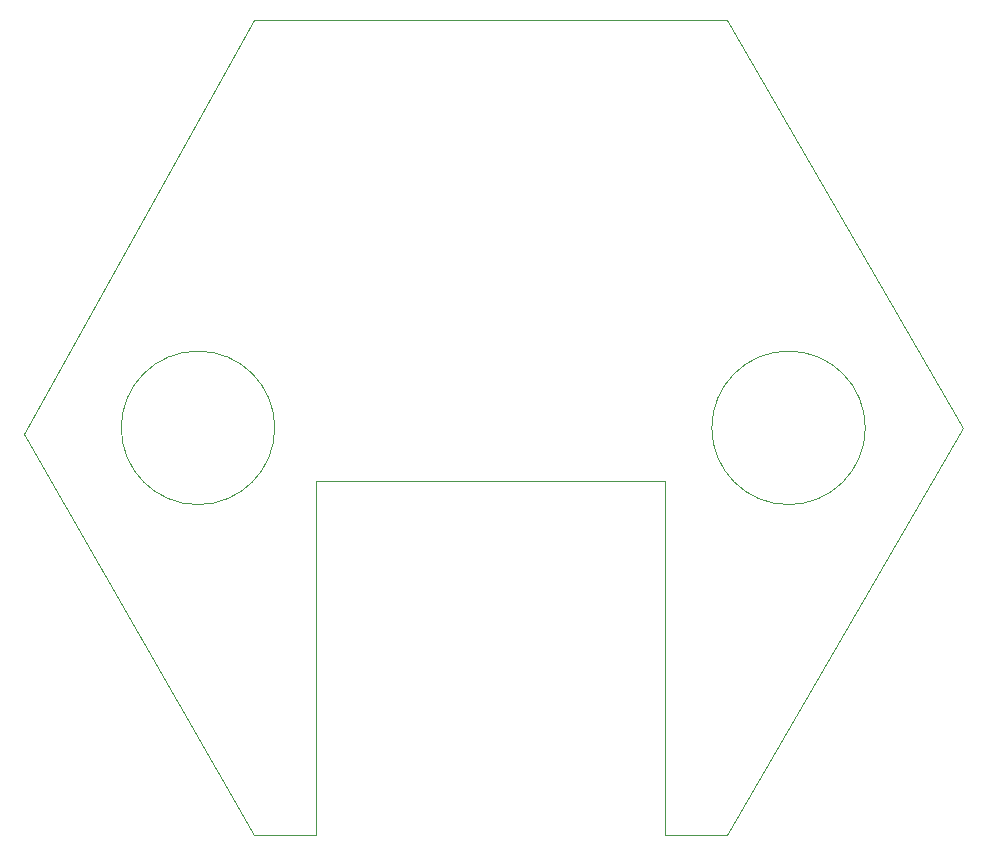
<source format=gbr>
%TF.GenerationSoftware,KiCad,Pcbnew,9.0.6*%
%TF.CreationDate,2025-11-24T14:02:56+01:00*%
%TF.ProjectId,hex-dna,6865782d-646e-4612-9e6b-696361645f70,rev?*%
%TF.SameCoordinates,Original*%
%TF.FileFunction,Profile,NP*%
%FSLAX46Y46*%
G04 Gerber Fmt 4.6, Leading zero omitted, Abs format (unit mm)*
G04 Created by KiCad (PCBNEW 9.0.6) date 2025-11-24 14:02:56*
%MOMM*%
%LPD*%
G01*
G04 APERTURE LIST*
%TA.AperFunction,Profile*%
%ADD10C,0.050000*%
%TD*%
G04 APERTURE END LIST*
D10*
X100250000Y-53000000D02*
X80250000Y-87500000D01*
X45500000Y-57500000D02*
X45500000Y-87500000D01*
X45500000Y-87500000D02*
X40250000Y-87500000D01*
X75000000Y-87500000D02*
X75000000Y-57500000D01*
X20750000Y-53500000D02*
X40250000Y-18500000D01*
X75000000Y-57500000D02*
X45500000Y-57500000D01*
X40250000Y-18500000D02*
X80250000Y-18500000D01*
X40250000Y-87500000D02*
X20750000Y-53500000D01*
X42000000Y-53000000D02*
G75*
G02*
X29000000Y-53000000I-6500000J0D01*
G01*
X29000000Y-53000000D02*
G75*
G02*
X42000000Y-53000000I6500000J0D01*
G01*
X80250000Y-18500000D02*
X100250000Y-53000000D01*
X92000000Y-53000000D02*
G75*
G02*
X79000000Y-53000000I-6500000J0D01*
G01*
X79000000Y-53000000D02*
G75*
G02*
X92000000Y-53000000I6500000J0D01*
G01*
X80250000Y-87500000D02*
X75000000Y-87500000D01*
M02*

</source>
